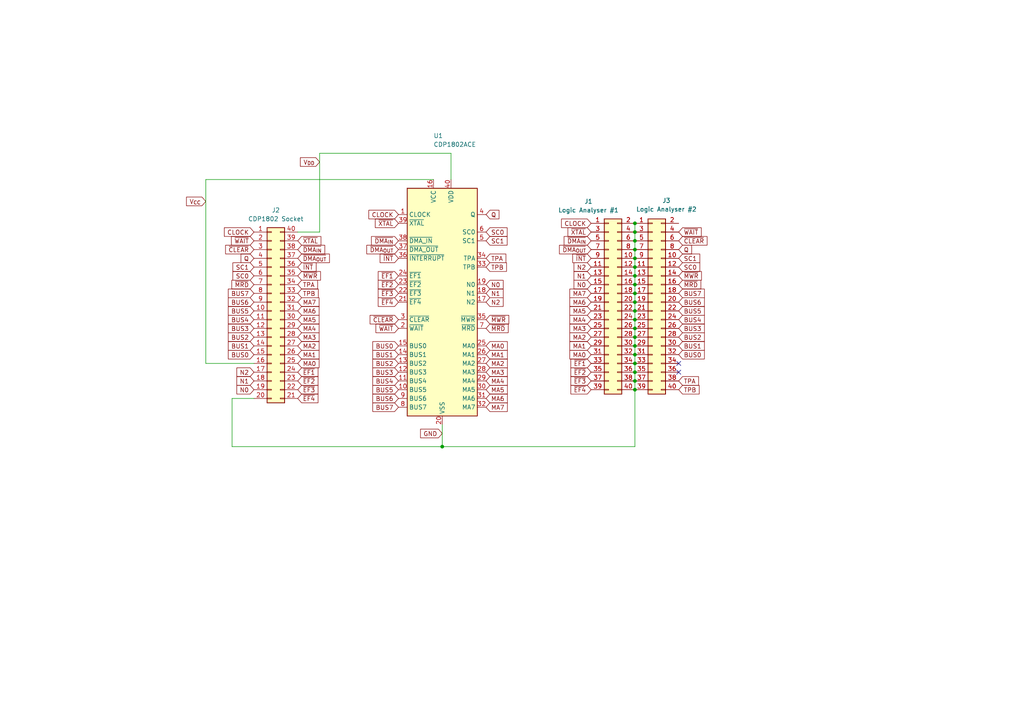
<source format=kicad_sch>
(kicad_sch (version 20250114) (generator "eeschema") (generator_version "9.0")
  (paper "A4")
  (title_block (title "8080 CPU Breakout Board for Logic Analysers") (date "26/SEPT/2025") (rev "A") (company "Brett Hallen") (comment 1 "www,youtube.com/@Brfff"))
  (lib_symbols
    (symbol "CPU:CDP1802ACE"
      (property "Reference" "U" (at -10.16 34.29 0))
      (property "Value" "CDP1802ACE" (at 3.81 34.29 0))
      (symbol "CDP1802ACE_0_1"
        (rectangle (start -10.16 33.02) (end 10.16 -33.02) (stroke (width 0.254)) (fill (type background)))
      )
      (symbol "CDP1802ACE_1_1"
        (pin input line (at -12.7 25.4 0) (length 2.54) (name "CLOCK") (number "1"))
        (pin output line (at -12.7 22.86 0) (length 2.54) (name "~{XTAL}") (number "39"))
        (pin input line (at -12.7 17.78 0) (length 2.54) (name "~{DMA_IN}") (number "38"))
        (pin input line (at -12.7 15.24 0) (length 2.54) (name "~{DMA_OUT}") (number "37"))
        (pin input line (at -12.7 12.7 0) (length 2.54) (name "~{INTERRUPT}") (number "36"))
        (pin input line (at -12.7 7.62 0) (length 2.54) (name "~{EF1}") (number "24"))
        (pin input line (at -12.7 5.08 0) (length 2.54) (name "~{EF2}") (number "23"))
        (pin input line (at -12.7 2.54 0) (length 2.54) (name "~{EF3}") (number "22"))
        (pin input line (at -12.7 0 0) (length 2.54) (name "~{EF4}") (number "21"))
        (pin input line (at -12.7 -5.08 0) (length 2.54) (name "~{CLEAR}") (number "3"))
        (pin input line (at -12.7 -7.62 0) (length 2.54) (name "~{WAIT}") (number "2"))
        (pin bidirectional line (at -12.7 -12.7 0) (length 2.54) (name "BUS0") (number "15"))
        (pin bidirectional line (at -12.7 -15.24 0) (length 2.54) (name "BUS1") (number "14"))
        (pin bidirectional line (at -12.7 -17.78 0) (length 2.54) (name "BUS2") (number "13"))
        (pin bidirectional line (at -12.7 -20.32 0) (length 2.54) (name "BUS3") (number "12"))
        (pin bidirectional line (at -12.7 -22.86 0) (length 2.54) (name "BUS4") (number "11"))
        (pin bidirectional line (at -12.7 -25.4 0) (length 2.54) (name "BUS5") (number "10"))
        (pin bidirectional line (at -12.7 -27.94 0) (length 2.54) (name "BUS6") (number "9"))
        (pin bidirectional line (at -12.7 -30.48 0) (length 2.54) (name "BUS7") (number "8"))
        (pin power_in line (at -2.54 35.56 270) (length 2.54) (name "VCC") (number "16"))
        (pin power_in line (at 0 -35.56 90) (length 2.54) (name "VSS") (number "20"))
        (pin power_in line (at 2.54 35.56 270) (length 2.54) (name "VDD") (number "40"))
        (pin output line (at 12.7 25.4 180) (length 2.54) (name "Q") (number "4"))
        (pin output line (at 12.7 20.32 180) (length 2.54) (name "SC0") (number "6"))
        (pin output line (at 12.7 17.78 180) (length 2.54) (name "SC1") (number "5"))
        (pin output line (at 12.7 12.7 180) (length 2.54) (name "TPA") (number "34"))
        (pin output line (at 12.7 10.16 180) (length 2.54) (name "TPB") (number "33"))
        (pin output line (at 12.7 5.08 180) (length 2.54) (name "N0") (number "19"))
        (pin output line (at 12.7 2.54 180) (length 2.54) (name "N1") (number "18"))
        (pin output line (at 12.7 0 180) (length 2.54) (name "N2") (number "17"))
        (pin output line (at 12.7 -5.08 180) (length 2.54) (name "~{MWR}") (number "35"))
        (pin output line (at 12.7 -7.62 180) (length 2.54) (name "~{MRD}") (number "7"))
        (pin output line (at 12.7 -12.7 180) (length 2.54) (name "MA0") (number "25"))
        (pin output line (at 12.7 -15.24 180) (length 2.54) (name "MA1") (number "26"))
        (pin output line (at 12.7 -17.78 180) (length 2.54) (name "MA2") (number "27"))
        (pin output line (at 12.7 -20.32 180) (length 2.54) (name "MA3") (number "28"))
        (pin output line (at 12.7 -22.86 180) (length 2.54) (name "MA4") (number "29"))
        (pin output line (at 12.7 -25.4 180) (length 2.54) (name "MA5") (number "30"))
        (pin output line (at 12.7 -27.94 180) (length 2.54) (name "MA6") (number "31"))
        (pin output line (at 12.7 -30.48 180) (length 2.54) (name "MA7") (number "32"))
      )
    )
    (symbol "Connector_Generic:Conn_02x20_Counter_Clockwise" (pin_names (offset 1.016) (hide yes))
      (property "Reference" "J" (at 1.27 25.4 0))
      (property "Value" "Conn_02x20_Counter_Clockwise" (at 1.27 -27.94 0))
      (symbol "Conn_02x20_Counter_Clockwise_1_1"
        (rectangle (start -1.27 24.13) (end 3.81 -26.67) (stroke (width 0.254)) (fill (type background)))
        (rectangle (start -1.27 22.987) (end 0 22.733) (stroke (width 0.1524)))
        (rectangle (start -1.27 20.447) (end 0 20.193) (stroke (width 0.1524)))
        (rectangle (start -1.27 17.907) (end 0 17.653) (stroke (width 0.1524)))
        (rectangle (start -1.27 15.367) (end 0 15.113) (stroke (width 0.1524)))
        (rectangle (start -1.27 12.827) (end 0 12.573) (stroke (width 0.1524)))
        (rectangle (start -1.27 10.287) (end 0 10.033) (stroke (width 0.1524)))
        (rectangle (start -1.27 7.747) (end 0 7.493) (stroke (width 0.1524)))
        (rectangle (start -1.27 5.207) (end 0 4.953) (stroke (width 0.1524)))
        (rectangle (start -1.27 2.667) (end 0 2.413) (stroke (width 0.1524)))
        (rectangle (start -1.27 0.127) (end 0 -0.127) (stroke (width 0.1524)))
        (rectangle (start -1.27 -2.413) (end 0 -2.667) (stroke (width 0.1524)))
        (rectangle (start -1.27 -4.953) (end 0 -5.207) (stroke (width 0.1524)))
        (rectangle (start -1.27 -7.493) (end 0 -7.747) (stroke (width 0.1524)))
        (rectangle (start -1.27 -10.033) (end 0 -10.287) (stroke (width 0.1524)))
        (rectangle (start -1.27 -12.573) (end 0 -12.827) (stroke (width 0.1524)))
        (rectangle (start -1.27 -15.113) (end 0 -15.367) (stroke (width 0.1524)))
        (rectangle (start -1.27 -17.653) (end 0 -17.907) (stroke (width 0.1524)))
        (rectangle (start -1.27 -20.193) (end 0 -20.447) (stroke (width 0.1524)))
        (rectangle (start -1.27 -22.733) (end 0 -22.987) (stroke (width 0.1524)))
        (rectangle (start -1.27 -25.273) (end 0 -25.527) (stroke (width 0.1524)))
        (rectangle (start 3.81 22.987) (end 2.54 22.733) (stroke (width 0.1524)))
        (rectangle (start 3.81 20.447) (end 2.54 20.193) (stroke (width 0.1524)))
        (rectangle (start 3.81 17.907) (end 2.54 17.653) (stroke (width 0.1524)))
        (rectangle (start 3.81 15.367) (end 2.54 15.113) (stroke (width 0.1524)))
        (rectangle (start 3.81 12.827) (end 2.54 12.573) (stroke (width 0.1524)))
        (rectangle (start 3.81 10.287) (end 2.54 10.033) (stroke (width 0.1524)))
        (rectangle (start 3.81 7.747) (end 2.54 7.493) (stroke (width 0.1524)))
        (rectangle (start 3.81 5.207) (end 2.54 4.953) (stroke (width 0.1524)))
        (rectangle (start 3.81 2.667) (end 2.54 2.413) (stroke (width 0.1524)))
        (rectangle (start 3.81 0.127) (end 2.54 -0.127) (stroke (width 0.1524)))
        (rectangle (start 3.81 -2.413) (end 2.54 -2.667) (stroke (width 0.1524)))
        (rectangle (start 3.81 -4.953) (end 2.54 -5.207) (stroke (width 0.1524)))
        (rectangle (start 3.81 -7.493) (end 2.54 -7.747) (stroke (width 0.1524)))
        (rectangle (start 3.81 -10.033) (end 2.54 -10.287) (stroke (width 0.1524)))
        (rectangle (start 3.81 -12.573) (end 2.54 -12.827) (stroke (width 0.1524)))
        (rectangle (start 3.81 -15.113) (end 2.54 -15.367) (stroke (width 0.1524)))
        (rectangle (start 3.81 -17.653) (end 2.54 -17.907) (stroke (width 0.1524)))
        (rectangle (start 3.81 -20.193) (end 2.54 -20.447) (stroke (width 0.1524)))
        (rectangle (start 3.81 -22.733) (end 2.54 -22.987) (stroke (width 0.1524)))
        (rectangle (start 3.81 -25.273) (end 2.54 -25.527) (stroke (width 0.1524)))
        (pin passive line (at -5.08 22.86 0) (length 3.81) (name "Pin_1") (number "1"))
        (pin passive line (at -5.08 20.32 0) (length 3.81) (name "Pin_2") (number "2"))
        (pin passive line (at -5.08 17.78 0) (length 3.81) (name "Pin_3") (number "3"))
        (pin passive line (at -5.08 15.24 0) (length 3.81) (name "Pin_4") (number "4"))
        (pin passive line (at -5.08 12.7 0) (length 3.81) (name "Pin_5") (number "5"))
        (pin passive line (at -5.08 10.16 0) (length 3.81) (name "Pin_6") (number "6"))
        (pin passive line (at -5.08 7.62 0) (length 3.81) (name "Pin_7") (number "7"))
        (pin passive line (at -5.08 5.08 0) (length 3.81) (name "Pin_8") (number "8"))
        (pin passive line (at -5.08 2.54 0) (length 3.81) (name "Pin_9") (number "9"))
        (pin passive line (at -5.08 0 0) (length 3.81) (name "Pin_10") (number "10"))
        (pin passive line (at -5.08 -2.54 0) (length 3.81) (name "Pin_11") (number "11"))
        (pin passive line (at -5.08 -5.08 0) (length 3.81) (name "Pin_12") (number "12"))
        (pin passive line (at -5.08 -7.62 0) (length 3.81) (name "Pin_13") (number "13"))
        (pin passive line (at -5.08 -10.16 0) (length 3.81) (name "Pin_14") (number "14"))
        (pin passive line (at -5.08 -12.7 0) (length 3.81) (name "Pin_15") (number "15"))
        (pin passive line (at -5.08 -15.24 0) (length 3.81) (name "Pin_16") (number "16"))
        (pin passive line (at -5.08 -17.78 0) (length 3.81) (name "Pin_17") (number "17"))
        (pin passive line (at -5.08 -20.32 0) (length 3.81) (name "Pin_18") (number "18"))
        (pin passive line (at -5.08 -22.86 0) (length 3.81) (name "Pin_19") (number "19"))
        (pin passive line (at -5.08 -25.4 0) (length 3.81) (name "Pin_20") (number "20"))
        (pin passive line (at 7.62 22.86 180) (length 3.81) (name "Pin_40") (number "40"))
        (pin passive line (at 7.62 20.32 180) (length 3.81) (name "Pin_39") (number "39"))
        (pin passive line (at 7.62 17.78 180) (length 3.81) (name "Pin_38") (number "38"))
        (pin passive line (at 7.62 15.24 180) (length 3.81) (name "Pin_37") (number "37"))
        (pin passive line (at 7.62 12.7 180) (length 3.81) (name "Pin_36") (number "36"))
        (pin passive line (at 7.62 10.16 180) (length 3.81) (name "Pin_35") (number "35"))
        (pin passive line (at 7.62 7.62 180) (length 3.81) (name "Pin_34") (number "34"))
        (pin passive line (at 7.62 5.08 180) (length 3.81) (name "Pin_33") (number "33"))
        (pin passive line (at 7.62 2.54 180) (length 3.81) (name "Pin_32") (number "32"))
        (pin passive line (at 7.62 0 180) (length 3.81) (name "Pin_31") (number "31"))
        (pin passive line (at 7.62 -2.54 180) (length 3.81) (name "Pin_30") (number "30"))
        (pin passive line (at 7.62 -5.08 180) (length 3.81) (name "Pin_29") (number "29"))
        (pin passive line (at 7.62 -7.62 180) (length 3.81) (name "Pin_28") (number "28"))
        (pin passive line (at 7.62 -10.16 180) (length 3.81) (name "Pin_27") (number "27"))
        (pin passive line (at 7.62 -12.7 180) (length 3.81) (name "Pin_26") (number "26"))
        (pin passive line (at 7.62 -15.24 180) (length 3.81) (name "Pin_25") (number "25"))
        (pin passive line (at 7.62 -17.78 180) (length 3.81) (name "Pin_24") (number "24"))
        (pin passive line (at 7.62 -20.32 180) (length 3.81) (name "Pin_23") (number "23"))
        (pin passive line (at 7.62 -22.86 180) (length 3.81) (name "Pin_22") (number "22"))
        (pin passive line (at 7.62 -25.4 180) (length 3.81) (name "Pin_21") (number "21"))
      )
    )
    (symbol "Connector_Generic:Conn_02x20_Odd_Even" (pin_names (offset 1.016) (hide yes))
      (property "Reference" "J" (at 1.27 25.4 0))
      (property "Value" "Conn_02x20_Odd_Even" (at 1.27 -27.94 0))
      (symbol "Conn_02x20_Odd_Even_1_1"
        (rectangle (start -1.27 24.13) (end 3.81 -26.67) (stroke (width 0.254)) (fill (type background)))
        (rectangle (start -1.27 22.987) (end 0 22.733) (stroke (width 0.1524)))
        (rectangle (start -1.27 20.447) (end 0 20.193) (stroke (width 0.1524)))
        (rectangle (start -1.27 17.907) (end 0 17.653) (stroke (width 0.1524)))
        (rectangle (start -1.27 15.367) (end 0 15.113) (stroke (width 0.1524)))
        (rectangle (start -1.27 12.827) (end 0 12.573) (stroke (width 0.1524)))
        (rectangle (start -1.27 10.287) (end 0 10.033) (stroke (width 0.1524)))
        (rectangle (start -1.27 7.747) (end 0 7.493) (stroke (width 0.1524)))
        (rectangle (start -1.27 5.207) (end 0 4.953) (stroke (width 0.1524)))
        (rectangle (start -1.27 2.667) (end 0 2.413) (stroke (width 0.1524)))
        (rectangle (start -1.27 0.127) (end 0 -0.127) (stroke (width 0.1524)))
        (rectangle (start -1.27 -2.413) (end 0 -2.667) (stroke (width 0.1524)))
        (rectangle (start -1.27 -4.953) (end 0 -5.207) (stroke (width 0.1524)))
        (rectangle (start -1.27 -7.493) (end 0 -7.747) (stroke (width 0.1524)))
        (rectangle (start -1.27 -10.033) (end 0 -10.287) (stroke (width 0.1524)))
        (rectangle (start -1.27 -12.573) (end 0 -12.827) (stroke (width 0.1524)))
        (rectangle (start -1.27 -15.113) (end 0 -15.367) (stroke (width 0.1524)))
        (rectangle (start -1.27 -17.653) (end 0 -17.907) (stroke (width 0.1524)))
        (rectangle (start -1.27 -20.193) (end 0 -20.447) (stroke (width 0.1524)))
        (rectangle (start -1.27 -22.733) (end 0 -22.987) (stroke (width 0.1524)))
        (rectangle (start -1.27 -25.273) (end 0 -25.527) (stroke (width 0.1524)))
        (rectangle (start 3.81 22.987) (end 2.54 22.733) (stroke (width 0.1524)))
        (rectangle (start 3.81 20.447) (end 2.54 20.193) (stroke (width 0.1524)))
        (rectangle (start 3.81 17.907) (end 2.54 17.653) (stroke (width 0.1524)))
        (rectangle (start 3.81 15.367) (end 2.54 15.113) (stroke (width 0.1524)))
        (rectangle (start 3.81 12.827) (end 2.54 12.573) (stroke (width 0.1524)))
        (rectangle (start 3.81 10.287) (end 2.54 10.033) (stroke (width 0.1524)))
        (rectangle (start 3.81 7.747) (end 2.54 7.493) (stroke (width 0.1524)))
        (rectangle (start 3.81 5.207) (end 2.54 4.953) (stroke (width 0.1524)))
        (rectangle (start 3.81 2.667) (end 2.54 2.413) (stroke (width 0.1524)))
        (rectangle (start 3.81 0.127) (end 2.54 -0.127) (stroke (width 0.1524)))
        (rectangle (start 3.81 -2.413) (end 2.54 -2.667) (stroke (width 0.1524)))
        (rectangle (start 3.81 -4.953) (end 2.54 -5.207) (stroke (width 0.1524)))
        (rectangle (start 3.81 -7.493) (end 2.54 -7.747) (stroke (width 0.1524)))
        (rectangle (start 3.81 -10.033) (end 2.54 -10.287) (stroke (width 0.1524)))
        (rectangle (start 3.81 -12.573) (end 2.54 -12.827) (stroke (width 0.1524)))
        (rectangle (start 3.81 -15.113) (end 2.54 -15.367) (stroke (width 0.1524)))
        (rectangle (start 3.81 -17.653) (end 2.54 -17.907) (stroke (width 0.1524)))
        (rectangle (start 3.81 -20.193) (end 2.54 -20.447) (stroke (width 0.1524)))
        (rectangle (start 3.81 -22.733) (end 2.54 -22.987) (stroke (width 0.1524)))
        (rectangle (start 3.81 -25.273) (end 2.54 -25.527) (stroke (width 0.1524)))
        (pin passive line (at -5.08 22.86 0) (length 3.81) (name "Pin_1") (number "1"))
        (pin passive line (at -5.08 20.32 0) (length 3.81) (name "Pin_3") (number "3"))
        (pin passive line (at -5.08 17.78 0) (length 3.81) (name "Pin_5") (number "5"))
        (pin passive line (at -5.08 15.24 0) (length 3.81) (name "Pin_7") (number "7"))
        (pin passive line (at -5.08 12.7 0) (length 3.81) (name "Pin_9") (number "9"))
        (pin passive line (at -5.08 10.16 0) (length 3.81) (name "Pin_11") (number "11"))
        (pin passive line (at -5.08 7.62 0) (length 3.81) (name "Pin_13") (number "13"))
        (pin passive line (at -5.08 5.08 0) (length 3.81) (name "Pin_15") (number "15"))
        (pin passive line (at -5.08 2.54 0) (length 3.81) (name "Pin_17") (number "17"))
        (pin passive line (at -5.08 0 0) (length 3.81) (name "Pin_19") (number "19"))
        (pin passive line (at -5.08 -2.54 0) (length 3.81) (name "Pin_21") (number "21"))
        (pin passive line (at -5.08 -5.08 0) (length 3.81) (name "Pin_23") (number "23"))
        (pin passive line (at -5.08 -7.62 0) (length 3.81) (name "Pin_25") (number "25"))
        (pin passive line (at -5.08 -10.16 0) (length 3.81) (name "Pin_27") (number "27"))
        (pin passive line (at -5.08 -12.7 0) (length 3.81) (name "Pin_29") (number "29"))
        (pin passive line (at -5.08 -15.24 0) (length 3.81) (name "Pin_31") (number "31"))
        (pin passive line (at -5.08 -17.78 0) (length 3.81) (name "Pin_33") (number "33"))
        (pin passive line (at -5.08 -20.32 0) (length 3.81) (name "Pin_35") (number "35"))
        (pin passive line (at -5.08 -22.86 0) (length 3.81) (name "Pin_37") (number "37"))
        (pin passive line (at -5.08 -25.4 0) (length 3.81) (name "Pin_39") (number "39"))
        (pin passive line (at 7.62 22.86 180) (length 3.81) (name "Pin_2") (number "2"))
        (pin passive line (at 7.62 20.32 180) (length 3.81) (name "Pin_4") (number "4"))
        (pin passive line (at 7.62 17.78 180) (length 3.81) (name "Pin_6") (number "6"))
        (pin passive line (at 7.62 15.24 180) (length 3.81) (name "Pin_8") (number "8"))
        (pin passive line (at 7.62 12.7 180) (length 3.81) (name "Pin_10") (number "10"))
        (pin passive line (at 7.62 10.16 180) (length 3.81) (name "Pin_12") (number "12"))
        (pin passive line (at 7.62 7.62 180) (length 3.81) (name "Pin_14") (number "14"))
        (pin passive line (at 7.62 5.08 180) (length 3.81) (name "Pin_16") (number "16"))
        (pin passive line (at 7.62 2.54 180) (length 3.81) (name "Pin_18") (number "18"))
        (pin passive line (at 7.62 0 180) (length 3.81) (name "Pin_20") (number "20"))
        (pin passive line (at 7.62 -2.54 180) (length 3.81) (name "Pin_22") (number "22"))
        (pin passive line (at 7.62 -5.08 180) (length 3.81) (name "Pin_24") (number "24"))
        (pin passive line (at 7.62 -7.62 180) (length 3.81) (name "Pin_26") (number "26"))
        (pin passive line (at 7.62 -10.16 180) (length 3.81) (name "Pin_28") (number "28"))
        (pin passive line (at 7.62 -12.7 180) (length 3.81) (name "Pin_30") (number "30"))
        (pin passive line (at 7.62 -15.24 180) (length 3.81) (name "Pin_32") (number "32"))
        (pin passive line (at 7.62 -17.78 180) (length 3.81) (name "Pin_34") (number "34"))
        (pin passive line (at 7.62 -20.32 180) (length 3.81) (name "Pin_36") (number "36"))
        (pin passive line (at 7.62 -22.86 180) (length 3.81) (name "Pin_38") (number "38"))
        (pin passive line (at 7.62 -25.4 180) (length 3.81) (name "Pin_40") (number "40"))
      )
    )
  )
  (junction (at 184.15 110.49))
  (junction (at 184.15 64.77))
  (junction (at 184.15 69.85))
  (junction (at 184.15 67.31))
  (junction (at 184.15 90.17))
  (junction (at 184.15 95.25))
  (junction (at 184.15 80.01))
  (junction (at 184.15 105.41))
  (junction (at 184.15 100.33))
  (junction (at 184.15 85.09))
  (junction (at 184.15 92.71))
  (junction (at 184.15 87.63))
  (junction (at 184.15 77.47))
  (junction (at 128.27 129.54))
  (junction (at 184.15 74.93))
  (junction (at 184.15 72.39))
  (junction (at 184.15 113.03))
  (junction (at 184.15 82.55))
  (junction (at 184.15 97.79))
  (junction (at 184.15 107.95))
  (junction (at 184.15 102.87))
  (no_connect (at 196.85 107.95))
  (no_connect (at 196.85 105.41))
  (wire (pts (xy 184.15 100.33) (xy 184.15 97.79)))
  (wire (pts (xy 184.15 87.63) (xy 184.15 85.09)))
  (wire (pts (xy 128.27 129.54) (xy 67.31 129.54)))
  (wire (pts (xy 184.15 69.85) (xy 184.15 67.31)))
  (wire (pts (xy 67.31 115.57) (xy 73.66 115.57)))
  (wire (pts (xy 128.27 129.54) (xy 128.27 123.19)))
  (wire (pts (xy 184.15 92.71) (xy 184.15 90.17)))
  (wire (pts (xy 59.69 52.07) (xy 59.69 105.41)))
  (wire (pts (xy 92.71 44.45) (xy 130.81 44.45)))
  (wire (pts (xy 184.15 72.39) (xy 184.15 69.85)))
  (wire (pts (xy 184.15 113.03) (xy 184.15 110.49)))
  (wire (pts (xy 184.15 102.87) (xy 184.15 100.33)))
  (wire (pts (xy 67.31 129.54) (xy 67.31 115.57)))
  (wire (pts (xy 184.15 82.55) (xy 184.15 80.01)))
  (wire (pts (xy 86.36 67.31) (xy 92.71 67.31)))
  (wire (pts (xy 184.15 110.49) (xy 184.15 107.95)))
  (wire (pts (xy 184.15 97.79) (xy 184.15 95.25)))
  (wire (pts (xy 184.15 77.47) (xy 184.15 74.93)))
  (wire (pts (xy 184.15 85.09) (xy 184.15 82.55)))
  (wire (pts (xy 59.69 105.41) (xy 73.66 105.41)))
  (wire (pts (xy 184.15 74.93) (xy 184.15 72.39)))
  (wire (pts (xy 184.15 90.17) (xy 184.15 87.63)))
  (wire (pts (xy 184.15 95.25) (xy 184.15 92.71)))
  (wire (pts (xy 184.15 80.01) (xy 184.15 77.47)))
  (wire (pts (xy 184.15 67.31) (xy 184.15 64.77)))
  (wire (pts (xy 184.15 105.41) (xy 184.15 102.87)))
  (wire (pts (xy 184.15 113.03) (xy 184.15 129.54)))
  (wire (pts (xy 125.73 52.07) (xy 59.69 52.07)))
  (wire (pts (xy 184.15 107.95) (xy 184.15 105.41)))
  (wire (pts (xy 130.81 44.45) (xy 130.81 52.07)))
  (wire (pts (xy 92.71 67.31) (xy 92.71 44.45)))
  (wire (pts (xy 184.15 129.54) (xy 128.27 129.54)))
  (global_label "V_{CC}" (shape input) (at 59.69 58.42 180) (property "Intersheetrefs" "${INTERSHEET_REFS}" (effects (hide yes))))
  (global_label "~{MRD}" (shape input) (at 196.85 82.55 0) (property "Intersheetrefs" "${INTERSHEET_REFS}" (effects (hide yes))))
  (global_label "TPB" (shape input) (at 86.36 85.09 0) (property "Intersheetrefs" "${INTERSHEET_REFS}" (effects (hide yes))))
  (global_label "MA6" (shape input) (at 171.45 87.63 180) (property "Intersheetrefs" "${INTERSHEET_REFS}" (effects (hide yes))))
  (global_label "MA5" (shape input) (at 171.45 90.17 180) (property "Intersheetrefs" "${INTERSHEET_REFS}" (effects (hide yes))))
  (global_label "Q" (shape input) (at 73.66 74.93 180) (property "Intersheetrefs" "${INTERSHEET_REFS}" (effects (hide yes))))
  (global_label "MA1" (shape input) (at 86.36 102.87 0) (property "Intersheetrefs" "${INTERSHEET_REFS}" (effects (hide yes))))
  (global_label "~{CLEAR}" (shape input) (at 196.85 69.85 0) (property "Intersheetrefs" "${INTERSHEET_REFS}" (effects (hide yes))))
  (global_label "~{EF3}" (shape input) (at 171.45 110.49 180) (property "Intersheetrefs" "${INTERSHEET_REFS}" (effects (hide yes))))
  (global_label "~{DMA_{IN}}" (shape input) (at 171.45 69.85 180) (property "Intersheetrefs" "${INTERSHEET_REFS}" (effects (hide yes))))
  (global_label "BUS2" (shape input) (at 196.85 97.79 0) (property "Intersheetrefs" "${INTERSHEET_REFS}" (effects (hide yes))))
  (global_label "MA5" (shape input) (at 86.36 92.71 0) (property "Intersheetrefs" "${INTERSHEET_REFS}" (effects (hide yes))))
  (global_label "SC0" (shape input) (at 196.85 77.47 0) (property "Intersheetrefs" "${INTERSHEET_REFS}" (effects (hide yes))))
  (global_label "~{MWR}" (shape input) (at 86.36 80.01 0) (property "Intersheetrefs" "${INTERSHEET_REFS}" (effects (hide yes))))
  (global_label "BUS6" (shape input) (at 196.85 87.63 0) (property "Intersheetrefs" "${INTERSHEET_REFS}" (effects (hide yes))))
  (global_label "~{EF1}" (shape input) (at 115.57 80.01 180) (property "Intersheetrefs" "${INTERSHEET_REFS}" (effects (hide yes))))
  (global_label "N2" (shape input) (at 140.97 87.63 0) (property "Intersheetrefs" "${INTERSHEET_REFS}" (effects (hide yes))))
  (global_label "MA0" (shape input) (at 171.45 102.87 180) (property "Intersheetrefs" "${INTERSHEET_REFS}" (effects (hide yes))))
  (global_label "BUS2" (shape input) (at 73.66 97.79 180) (property "Intersheetrefs" "${INTERSHEET_REFS}" (effects (hide yes))))
  (global_label "BUS7" (shape input) (at 196.85 85.09 0) (property "Intersheetrefs" "${INTERSHEET_REFS}" (effects (hide yes))))
  (global_label "BUS3" (shape input) (at 115.57 107.95 180) (property "Intersheetrefs" "${INTERSHEET_REFS}" (effects (hide yes))))
  (global_label "SC1" (shape input) (at 196.85 74.93 0) (property "Intersheetrefs" "${INTERSHEET_REFS}" (effects (hide yes))))
  (global_label "BUS0" (shape input) (at 196.85 102.87 0) (property "Intersheetrefs" "${INTERSHEET_REFS}" (effects (hide yes))))
  (global_label "CLOCK" (shape input) (at 171.45 64.77 180) (property "Intersheetrefs" "${INTERSHEET_REFS}" (effects (hide yes))))
  (global_label "TPA" (shape input) (at 140.97 74.93 0) (property "Intersheetrefs" "${INTERSHEET_REFS}" (effects (hide yes))))
  (global_label "~{EF1}" (shape input) (at 86.36 107.95 0) (property "Intersheetrefs" "${INTERSHEET_REFS}" (effects (hide yes))))
  (global_label "MA1" (shape input) (at 140.97 102.87 0) (property "Intersheetrefs" "${INTERSHEET_REFS}" (effects (hide yes))))
  (global_label "MA3" (shape input) (at 171.45 95.25 180) (property "Intersheetrefs" "${INTERSHEET_REFS}" (effects (hide yes))))
  (global_label "~{EF2}" (shape input) (at 86.36 110.49 0) (property "Intersheetrefs" "${INTERSHEET_REFS}" (effects (hide yes))))
  (global_label "MA2" (shape input) (at 140.97 105.41 0) (property "Intersheetrefs" "${INTERSHEET_REFS}" (effects (hide yes))))
  (global_label "~{DMA_{OUT}}" (shape input) (at 171.45 72.39 180) (property "Intersheetrefs" "${INTERSHEET_REFS}" (effects (hide yes))))
  (global_label "MA4" (shape input) (at 171.45 92.71 180) (property "Intersheetrefs" "${INTERSHEET_REFS}" (effects (hide yes))))
  (global_label "N0" (shape input) (at 73.66 113.03 180) (property "Intersheetrefs" "${INTERSHEET_REFS}" (effects (hide yes))))
  (global_label "CLOCK" (shape input) (at 73.66 67.31 180) (property "Intersheetrefs" "${INTERSHEET_REFS}" (effects (hide yes))))
  (global_label "MA2" (shape input) (at 171.45 97.79 180) (property "Intersheetrefs" "${INTERSHEET_REFS}" (effects (hide yes))))
  (global_label "~{WAIT}" (shape input) (at 115.57 95.25 180) (property "Intersheetrefs" "${INTERSHEET_REFS}" (effects (hide yes))))
  (global_label "~{DMA_{IN}}" (shape input) (at 115.57 69.85 180) (property "Intersheetrefs" "${INTERSHEET_REFS}" (effects (hide yes))))
  (global_label "~{EF2}" (shape input) (at 115.57 82.55 180) (property "Intersheetrefs" "${INTERSHEET_REFS}" (effects (hide yes))))
  (global_label "SC1" (shape input) (at 140.97 69.85 0) (property "Intersheetrefs" "${INTERSHEET_REFS}" (effects (hide yes))))
  (global_label "~{WAIT}" (shape input) (at 196.85 67.31 0) (property "Intersheetrefs" "${INTERSHEET_REFS}" (effects (hide yes))))
  (global_label "~{CLEAR}" (shape input) (at 115.57 92.71 180) (property "Intersheetrefs" "${INTERSHEET_REFS}" (effects (hide yes))))
  (global_label "BUS4" (shape input) (at 115.57 110.49 180) (property "Intersheetrefs" "${INTERSHEET_REFS}" (effects (hide yes))))
  (global_label "N1" (shape input) (at 171.45 80.01 180) (property "Intersheetrefs" "${INTERSHEET_REFS}" (effects (hide yes))))
  (global_label "BUS4" (shape input) (at 196.85 92.71 0) (property "Intersheetrefs" "${INTERSHEET_REFS}" (effects (hide yes))))
  (global_label "MA5" (shape input) (at 140.97 113.03 0) (property "Intersheetrefs" "${INTERSHEET_REFS}" (effects (hide yes))))
  (global_label "BUS6" (shape input) (at 115.57 115.57 180) (property "Intersheetrefs" "${INTERSHEET_REFS}" (effects (hide yes))))
  (global_label "MA1" (shape input) (at 171.45 100.33 180) (property "Intersheetrefs" "${INTERSHEET_REFS}" (effects (hide yes))))
  (global_label "BUS3" (shape input) (at 196.85 95.25 0) (property "Intersheetrefs" "${INTERSHEET_REFS}" (effects (hide yes))))
  (global_label "TPB" (shape input) (at 196.85 113.03 0) (property "Intersheetrefs" "${INTERSHEET_REFS}" (effects (hide yes))))
  (global_label "~{EF4}" (shape input) (at 86.36 115.57 0) (property "Intersheetrefs" "${INTERSHEET_REFS}" (effects (hide yes))))
  (global_label "MA0" (shape input) (at 140.97 100.33 0) (property "Intersheetrefs" "${INTERSHEET_REFS}" (effects (hide yes))))
  (global_label "~{DMA_{IN}}" (shape input) (at 86.36 72.39 0) (property "Intersheetrefs" "${INTERSHEET_REFS}" (effects (hide yes))))
  (global_label "BUS5" (shape input) (at 196.85 90.17 0) (property "Intersheetrefs" "${INTERSHEET_REFS}" (effects (hide yes))))
  (global_label "MA7" (shape input) (at 171.45 85.09 180) (property "Intersheetrefs" "${INTERSHEET_REFS}" (effects (hide yes))))
  (global_label "BUS7" (shape input) (at 115.57 118.11 180) (property "Intersheetrefs" "${INTERSHEET_REFS}" (effects (hide yes))))
  (global_label "~{MWR}" (shape input) (at 196.85 80.01 0) (property "Intersheetrefs" "${INTERSHEET_REFS}" (effects (hide yes))))
  (global_label "BUS0" (shape input) (at 115.57 100.33 180) (property "Intersheetrefs" "${INTERSHEET_REFS}" (effects (hide yes))))
  (global_label "N0" (shape input) (at 140.97 82.55 0) (property "Intersheetrefs" "${INTERSHEET_REFS}" (effects (hide yes))))
  (global_label "BUS3" (shape input) (at 73.66 95.25 180) (property "Intersheetrefs" "${INTERSHEET_REFS}" (effects (hide yes))))
  (global_label "MA6" (shape input) (at 86.36 90.17 0) (property "Intersheetrefs" "${INTERSHEET_REFS}" (effects (hide yes))))
  (global_label "MA4" (shape input) (at 86.36 95.25 0) (property "Intersheetrefs" "${INTERSHEET_REFS}" (effects (hide yes))))
  (global_label "~{DMA_{OUT}}" (shape input) (at 86.36 74.93 0) (property "Intersheetrefs" "${INTERSHEET_REFS}" (effects (hide yes))))
  (global_label "MA2" (shape input) (at 86.36 100.33 0) (property "Intersheetrefs" "${INTERSHEET_REFS}" (effects (hide yes))))
  (global_label "~{MRD}" (shape input) (at 140.97 95.25 0) (property "Intersheetrefs" "${INTERSHEET_REFS}" (effects (hide yes))))
  (global_label "~{DMA_{OUT}}" (shape input) (at 115.57 72.39 180) (property "Intersheetrefs" "${INTERSHEET_REFS}" (effects (hide yes))))
  (global_label "~{XTAL}" (shape input) (at 115.57 64.77 180) (property "Intersheetrefs" "${INTERSHEET_REFS}" (effects (hide yes))))
  (global_label "N2" (shape input) (at 73.66 107.95 180) (property "Intersheetrefs" "${INTERSHEET_REFS}" (effects (hide yes))))
  (global_label "BUS1" (shape input) (at 115.57 102.87 180) (property "Intersheetrefs" "${INTERSHEET_REFS}" (effects (hide yes))))
  (global_label "BUS2" (shape input) (at 115.57 105.41 180) (property "Intersheetrefs" "${INTERSHEET_REFS}" (effects (hide yes))))
  (global_label "~{XTAL}" (shape input) (at 171.45 67.31 180) (property "Intersheetrefs" "${INTERSHEET_REFS}" (effects (hide yes))))
  (global_label "N1" (shape input) (at 73.66 110.49 180) (property "Intersheetrefs" "${INTERSHEET_REFS}" (effects (hide yes))))
  (global_label "~{INT}" (shape input) (at 115.57 74.93 180) (property "Intersheetrefs" "${INTERSHEET_REFS}" (effects (hide yes))))
  (global_label "BUS4" (shape input) (at 73.66 92.71 180) (property "Intersheetrefs" "${INTERSHEET_REFS}" (effects (hide yes))))
  (global_label "BUS0" (shape input) (at 73.66 102.87 180) (property "Intersheetrefs" "${INTERSHEET_REFS}" (effects (hide yes))))
  (global_label "~{MRD}" (shape input) (at 73.66 82.55 180) (property "Intersheetrefs" "${INTERSHEET_REFS}" (effects (hide yes))))
  (global_label "MA7" (shape input) (at 140.97 118.11 0) (property "Intersheetrefs" "${INTERSHEET_REFS}" (effects (hide yes))))
  (global_label "BUS5" (shape input) (at 73.66 90.17 180) (property "Intersheetrefs" "${INTERSHEET_REFS}" (effects (hide yes))))
  (global_label "~{EF2}" (shape input) (at 171.45 107.95 180) (property "Intersheetrefs" "${INTERSHEET_REFS}" (effects (hide yes))))
  (global_label "N2" (shape input) (at 171.45 77.47 180) (property "Intersheetrefs" "${INTERSHEET_REFS}" (effects (hide yes))))
  (global_label "N1" (shape input) (at 140.97 85.09 0) (property "Intersheetrefs" "${INTERSHEET_REFS}" (effects (hide yes))))
  (global_label "BUS5" (shape input) (at 115.57 113.03 180) (property "Intersheetrefs" "${INTERSHEET_REFS}" (effects (hide yes))))
  (global_label "~{EF4}" (shape input) (at 171.45 113.03 180) (property "Intersheetrefs" "${INTERSHEET_REFS}" (effects (hide yes))))
  (global_label "~{WAIT}" (shape input) (at 73.66 69.85 180) (property "Intersheetrefs" "${INTERSHEET_REFS}" (effects (hide yes))))
  (global_label "~{EF3}" (shape input) (at 115.57 85.09 180) (property "Intersheetrefs" "${INTERSHEET_REFS}" (effects (hide yes))))
  (global_label "TPA" (shape input) (at 86.36 82.55 0) (property "Intersheetrefs" "${INTERSHEET_REFS}" (effects (hide yes))))
  (global_label "~{EF3}" (shape input) (at 86.36 113.03 0) (property "Intersheetrefs" "${INTERSHEET_REFS}" (effects (hide yes))))
  (global_label "Q" (shape input) (at 196.85 72.39 0) (property "Intersheetrefs" "${INTERSHEET_REFS}" (effects (hide yes))))
  (global_label "N0" (shape input) (at 171.45 82.55 180) (property "Intersheetrefs" "${INTERSHEET_REFS}" (effects (hide yes))))
  (global_label "~{INT}" (shape input) (at 86.36 77.47 0) (property "Intersheetrefs" "${INTERSHEET_REFS}" (effects (hide yes))))
  (global_label "CLOCK" (shape input) (at 115.57 62.23 180) (property "Intersheetrefs" "${INTERSHEET_REFS}" (effects (hide yes))))
  (global_label "MA6" (shape input) (at 140.97 115.57 0) (property "Intersheetrefs" "${INTERSHEET_REFS}" (effects (hide yes))))
  (global_label "SC0" (shape input) (at 140.97 67.31 0) (property "Intersheetrefs" "${INTERSHEET_REFS}" (effects (hide yes))))
  (global_label "~{MWR}" (shape input) (at 140.97 92.71 0) (property "Intersheetrefs" "${INTERSHEET_REFS}" (effects (hide yes))))
  (global_label "~{EF4}" (shape input) (at 115.57 87.63 180) (property "Intersheetrefs" "${INTERSHEET_REFS}" (effects (hide yes))))
  (global_label "V_{DD}" (shape input) (at 92.71 46.99 180) (property "Intersheetrefs" "${INTERSHEET_REFS}" (effects (hide yes))))
  (global_label "Q" (shape input) (at 140.97 62.23 0) (property "Intersheetrefs" "${INTERSHEET_REFS}" (effects (hide yes))))
  (global_label "TPA" (shape input) (at 196.85 110.49 0) (property "Intersheetrefs" "${INTERSHEET_REFS}" (effects (hide yes))))
  (global_label "BUS7" (shape input) (at 73.66 85.09 180) (property "Intersheetrefs" "${INTERSHEET_REFS}" (effects (hide yes))))
  (global_label "MA4" (shape input) (at 140.97 110.49 0) (property "Intersheetrefs" "${INTERSHEET_REFS}" (effects (hide yes))))
  (global_label "MA7" (shape input) (at 86.36 87.63 0) (property "Intersheetrefs" "${INTERSHEET_REFS}" (effects (hide yes))))
  (global_label "MA3" (shape input) (at 140.97 107.95 0) (property "Intersheetrefs" "${INTERSHEET_REFS}" (effects (hide yes))))
  (global_label "BUS1" (shape input) (at 73.66 100.33 180) (property "Intersheetrefs" "${INTERSHEET_REFS}" (effects (hide yes))))
  (global_label "GND" (shape input) (at 128.27 125.73 180) (property "Intersheetrefs" "${INTERSHEET_REFS}" (effects (hide yes))))
  (global_label "MA3" (shape input) (at 86.36 97.79 0) (property "Intersheetrefs" "${INTERSHEET_REFS}" (effects (hide yes))))
  (global_label "~{XTAL}" (shape input) (at 86.36 69.85 0) (property "Intersheetrefs" "${INTERSHEET_REFS}" (effects (hide yes))))
  (global_label "SC0" (shape input) (at 73.66 80.01 180) (property "Intersheetrefs" "${INTERSHEET_REFS}" (effects (hide yes))))
  (global_label "BUS1" (shape input) (at 196.85 100.33 0) (property "Intersheetrefs" "${INTERSHEET_REFS}" (effects (hide yes))))
  (global_label "TPB" (shape input) (at 140.97 77.47 0) (property "Intersheetrefs" "${INTERSHEET_REFS}" (effects (hide yes))))
  (global_label "~{CLEAR}" (shape input) (at 73.66 72.39 180) (property "Intersheetrefs" "${INTERSHEET_REFS}" (effects (hide yes))))
  (global_label "MA0" (shape input) (at 86.36 105.41 0) (property "Intersheetrefs" "${INTERSHEET_REFS}" (effects (hide yes))))
  (global_label "~{INT}" (shape input) (at 171.45 74.93 180) (property "Intersheetrefs" "${INTERSHEET_REFS}" (effects (hide yes))))
  (global_label "BUS6" (shape input) (at 73.66 87.63 180) (property "Intersheetrefs" "${INTERSHEET_REFS}" (effects (hide yes))))
  (global_label "~{EF1}" (shape input) (at 171.45 105.41 180) (property "Intersheetrefs" "${INTERSHEET_REFS}" (effects (hide yes))))
  (global_label "SC1" (shape input) (at 73.66 77.47 180) (property "Intersheetrefs" "${INTERSHEET_REFS}" (effects (hide yes))))
  (symbol (lib_id "Connector_Generic:Conn_02x20_Counter_Clockwise") (at 78.74 90.17 0) (unit 1)
    (property "Reference" "J2" (at 80.01 60.96 0))
    (property "Value" "CDP1802 Socket" (at 80.01 63.5 0))
    (property "Footprint" "Package_DIP:DIP-40_W15.24mm" (effects (hide yes)))
    (property "Description" "Generic connector, double row, 02x20, counter clockwise pin numbering scheme (similar to DIP package numbering), script generated (kicad-library-utils/schlib/autogen/connector/)" (effects (hide yes)))
  )
  (symbol (lib_id "CPU:CDP1802ACE") (at 128.27 87.63 0) (unit 1)
    (property "Reference" "U1" (at 125.73 39.37 0) (effects (justify left)))
    (property "Value" "CDP1802ACE" (at 125.73 41.91 0) (effects (justify left)))
    (property "Footprint" "Package_DIP:DIP-40_W15.24mm" (effects (hide yes)))
    (property "Datasheet" "http://www.cosmacelf.com/publications/data-sheets/cdp1802.pdf" (effects (hide yes)))
    (property "Description" "8-bit, General Purpose, 5V, 3.2 MHz, DIP-40" (effects (hide yes)))
  )
  (symbol (lib_id "Connector_Generic:Conn_02x20_Odd_Even") (at 176.53 87.63 0) (unit 1)
    (property "Reference" "J1" (at 170.688 58.42 0))
    (property "Value" "Logic Analyser #1" (at 170.688 60.96 0))
    (property "Footprint" "Connector_PinHeader_2.54mm:PinHeader_2x20_P2.54mm_Vertical" (effects (hide yes)))
    (property "Description" "Generic connector, double row, 02x20, odd/even pin numbering scheme (row 1 odd numbers, row 2 even numbers), script generated (kicad-library-utils/schlib/autogen/connector/)" (effects (hide yes)))
  )
  (symbol (lib_id "Connector_Generic:Conn_02x20_Odd_Even") (at 189.23 87.63 0) (unit 1)
    (property "Reference" "J3" (at 193.294 58.166 0))
    (property "Value" "Logic Analyser #2" (at 193.294 60.706 0))
    (property "Footprint" "Connector_PinHeader_2.54mm:PinHeader_2x20_P2.54mm_Vertical" (effects (hide yes)))
    (property "Description" "Generic connector, double row, 02x20, odd/even pin numbering scheme (row 1 odd numbers, row 2 even numbers), script generated (kicad-library-utils/schlib/autogen/connector/)" (effects (hide yes)))
  )
)
</source>
